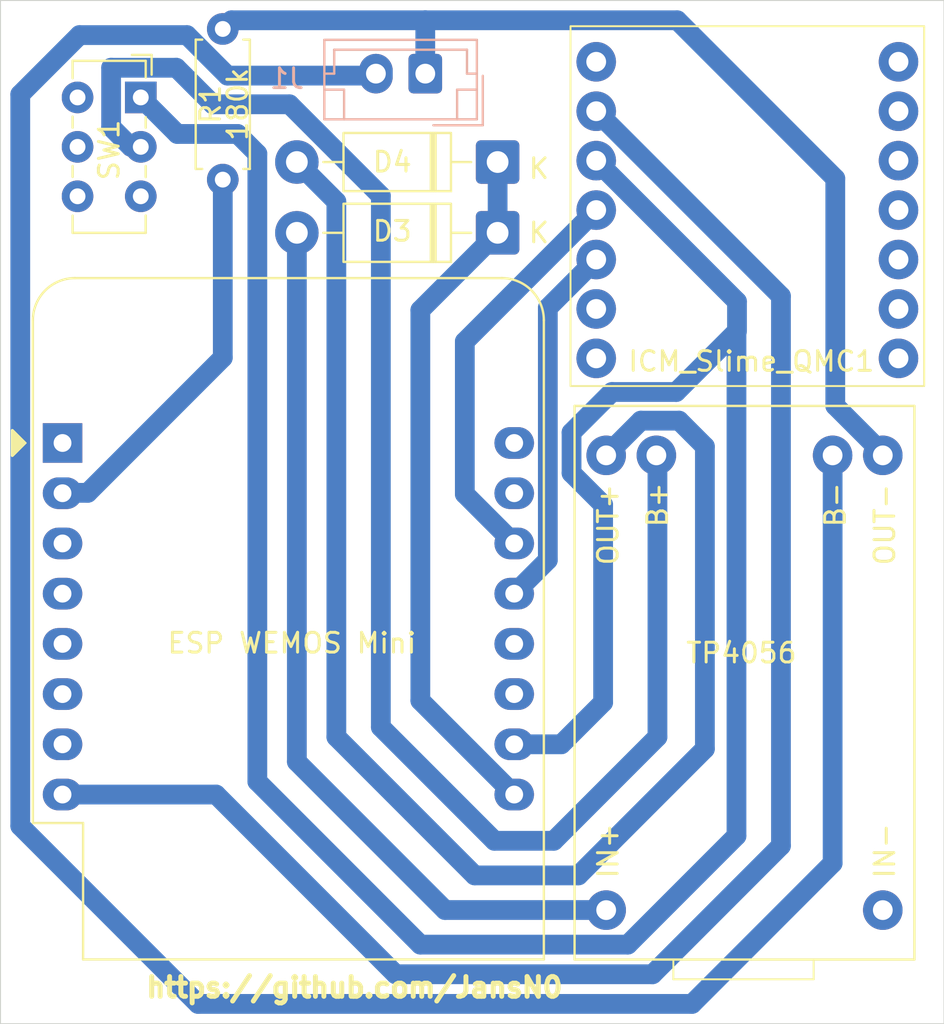
<source format=kicad_pcb>
(kicad_pcb (version 20241229) (generator "pcbnew") (generator_version "9.0")
  (layers (0 "F.Cu" signal) (2 "B.Cu" signal) (13 "F.Paste" user) (15 "B.Paste" user) (5 "F.SilkS" user "F.Silkscreen") (7 "B.SilkS" user "B.Silkscreen") (1 "F.Mask" user) (3 "B.Mask" user) (25 "Edge.Cuts" user))
  (net 0 "")
  (net 1 "Net-(D3-A)")
  (net 2 "Net-(D3-K)")
  (net 3 "Net-(D4-A)")
  (net 4 "Net-(J1-Pin_1)")
  (net 5 "Net-(J1-Pin_2)")
  (net 6 "Net-(U2-A0)")
  (net 11 "Net-(SW1-A)")
  (net 14 "Net-(SW1-B)")
  (net 16 "Net-(U1-SCL)")
  (net 17 "Net-(U1-SDA)")
  (net 22 "Net-(U1-3V3)")
  (footprint "RF_Module:WEMOS_D1_mini_light" (layer "F.Cu") (at 124.89 93.88)
    (property "Reference" "ESP WEMOS Mini" (at 11.61 10.12 0) (layer "F.SilkS"))
    (property "Value" "WEMOS_D1_mini")
    (fp_line (start -1.5 19.22) (end -1.5 -6.21) (stroke (width 0.12)) (layer "F.SilkS"))
    (fp_line (start -1.5 19.22) (end 1.04 19.22) (stroke (width 0.12)) (layer "F.SilkS"))
    (fp_line (start 1.04 19.22) (end 1.04 26.12) (stroke (width 0.12)) (layer "F.SilkS"))
    (fp_line (start 1.04 26.12) (end 24.36 26.12) (stroke (width 0.12)) (layer "F.SilkS"))
    (fp_line (start 22.24 -8.34) (end 0.63 -8.34) (stroke (width 0.12)) (layer "F.SilkS"))
    (fp_line (start 24.36 26.12) (end 24.36 -6.21) (stroke (width 0.12)) (layer "F.SilkS"))
    (fp_arc (start -1.5 -6.21) (mid -0.876137 -7.716137) (end 0.63 -8.34) (stroke (width 0.12)) (layer "F.SilkS"))
    (fp_arc (start 22.23 -8.34) (mid 23.736137 -7.716137) (end 24.36 -6.21) (stroke (width 0.12)) (layer "F.SilkS"))
    (fp_poly (pts (xy -2.54 -0.635) (xy -2.54 0.635) (xy -1.905 0)) (stroke (width 0.15)) (fill yes) (layer "F.SilkS"))
    (pad "1" thru_hole rect (at 0 0) (size 2 2) (drill 0.9) (layers "*.Cu" "*.Mask"))
    (pad "2" thru_hole oval (at 0 2.54) (size 2 1.6) (drill 0.9) (layers "*.Cu" "*.Mask") (net 6 "Net-(U2-A0)"))
    (pad "3" thru_hole oval (at 0 5.08) (size 2 1.6) (drill 0.9) (layers "*.Cu" "*.Mask"))
    (pad "4" thru_hole oval (at 0 7.62) (size 2 1.6) (drill 0.9) (layers "*.Cu" "*.Mask"))
    (pad "5" thru_hole oval (at 0 10.16) (size 2 1.6) (drill 0.9) (layers "*.Cu" "*.Mask"))
    (pad "6" thru_hole oval (at 0 12.7) (size 2 1.6) (drill 0.9) (layers "*.Cu" "*.Mask"))
    (pad "7" thru_hole oval (at 0 15.24) (size 2 1.6) (drill 0.9) (layers "*.Cu" "*.Mask"))
    (pad "8" thru_hole oval (at 0 17.78) (size 2 1.6) (drill 0.9) (layers "*.Cu" "*.Mask") (net 22 "Net-(U1-3V3)"))
    (pad "9" thru_hole oval (at 22.86 17.78) (size 2 1.6) (drill 0.9) (layers "*.Cu" "*.Mask") (net 2 "Net-(D3-K)"))
    (pad "10" thru_hole oval (at 22.86 15.24) (size 2 1.6) (drill 0.9) (layers "*.Cu" "*.Mask") (net 11 "Net-(SW1-A)"))
    (pad "11" thru_hole oval (at 22.86 12.7) (size 2 1.6) (drill 0.9) (layers "*.Cu" "*.Mask"))
    (pad "12" thru_hole oval (at 22.86 10.16) (size 2 1.6) (drill 0.9) (layers "*.Cu" "*.Mask"))
    (pad "13" thru_hole oval (at 22.86 7.62) (size 2 1.6) (drill 0.9) (layers "*.Cu" "*.Mask") (net 17 "Net-(U1-SDA)"))
    (pad "14" thru_hole oval (at 22.86 5.08) (size 2 1.6) (drill 0.9) (layers "*.Cu" "*.Mask") (net 16 "Net-(U1-SCL)"))
    (pad "15" thru_hole oval (at 22.86 2.54) (size 2 1.6) (drill 0.9) (layers "*.Cu" "*.Mask"))
    (pad "16" thru_hole oval (at 22.86 0) (size 2 1.6) (drill 0.9) (layers "*.Cu" "*.Mask"))
  )
  (footprint "Resistor_THT:R_Axial_DIN0207_L6.3mm_D2.5mm_P7.62mm_Horizontal" (layer "F.Cu") (at 133 80.56 90)
    (property "Reference" "R1" (at 3.81 -0.62 90) (layer "F.SilkS"))
    (property "Value" "180k" (at 3.81 0.75 90) (layer "F.SilkS"))
    (fp_line (start 7.08 -1.37) (end 7.08 -1.04) (stroke (width 0.12)) (layer "F.SilkS"))
    (fp_line (start 0.54 -1.37) (end 7.08 -1.37) (stroke (width 0.12)) (layer "F.SilkS"))
    (fp_line (start 0.54 -1.04) (end 0.54 -1.37) (stroke (width 0.12)) (layer "F.SilkS"))
    (fp_line (start 0.54 1.04) (end 0.54 1.37) (stroke (width 0.12)) (layer "F.SilkS"))
    (fp_line (start 7.08 1.37) (end 7.08 1.04) (stroke (width 0.12)) (layer "F.SilkS"))
    (fp_line (start 0.54 1.37) (end 7.08 1.37) (stroke (width 0.12)) (layer "F.SilkS"))
    (pad "1" thru_hole circle (at 0 0 90) (size 1.6 1.6) (drill 0.8) (layers "*.Cu" "*.Mask") (net 6 "Net-(U2-A0)"))
    (pad "2" thru_hole circle (at 7.62 0 90) (size 1.6 1.6) (drill 0.8) (layers "*.Cu" "*.Mask") (net 4 "Net-(J1-Pin_1)"))
  )
  (footprint "ICM-45686:IC_ICM-45686" (layer "F.Cu") (at 160.5 82)
    (property "Reference" "U1" (hide yes))
    (property "Value" "ICM_Slime_QMC1" (at -0.75 7.75 0) (layer "F.SilkS"))
    (fp_rect (start -9.9 -9.2) (end 8 9) (stroke (width 0.1)) (fill no) (layer "F.SilkS"))
    (pad "1" thru_hole circle (at -8.6 -7.4) (size 2 2) (drill 1) (layers "*.Cu" "*.Mask"))
    (pad "2" thru_hole circle (at -8.6 -4.9) (size 2 2) (drill 1) (layers "*.Cu" "*.Mask") (net 22 "Net-(U1-3V3)"))
    (pad "3" thru_hole circle (at -8.6 -2.4) (size 2 2) (drill 1) (layers "*.Cu" "*.Mask") (net 11 "Net-(SW1-A)"))
    (pad "4" thru_hole circle (at -8.6 0.1) (size 2 2) (drill 1) (layers "*.Cu" "*.Mask") (net 16 "Net-(U1-SCL)"))
    (pad "5" thru_hole circle (at -8.6 2.6) (size 2 2) (drill 1) (layers "*.Cu" "*.Mask") (net 17 "Net-(U1-SDA)"))
    (pad "6" thru_hole circle (at -8.6 5.1) (size 2 2) (drill 1) (layers "*.Cu" "*.Mask"))
    (pad "7" thru_hole circle (at -8.6 7.6) (size 2 2) (drill 1) (layers "*.Cu" "*.Mask"))
    (pad "8" thru_hole circle (at 6.7 -7.4) (size 2 2) (drill 1) (layers "*.Cu" "*.Mask"))
    (pad "9" thru_hole circle (at 6.7 -4.9) (size 2 2) (drill 1) (layers "*.Cu" "*.Mask"))
    (pad "10" thru_hole circle (at 6.7 -2.4) (size 2 2) (drill 1) (layers "*.Cu" "*.Mask"))
    (pad "11" thru_hole circle (at 6.7 0.1) (size 2 2) (drill 1) (layers "*.Cu" "*.Mask"))
    (pad "12" thru_hole circle (at 6.7 2.6) (size 2 2) (drill 1) (layers "*.Cu" "*.Mask"))
    (pad "13" thru_hole circle (at 6.7 5.1) (size 2 2) (drill 1) (layers "*.Cu" "*.Mask"))
    (pad "14" thru_hole circle (at 6.7 7.6) (size 2 2) (drill 1) (layers "*.Cu" "*.Mask"))
  )
  (footprint "Diode_THT:D_DO-41_SOD81_P10.16mm_Horizontal" (layer "F.Cu") (at 146.91 79.67 180)
    (property "Reference" "D4" (at 5.33 0 0) (layer "F.SilkS"))
    (property "Value" "1N5817" (hide yes))
    (fp_line (start 8.82 0) (end 7.8 0) (stroke (width 0.12)) (layer "F.SilkS"))
    (fp_line (start 3.38 -1.47) (end 3.38 1.47) (stroke (width 0.12)) (layer "F.SilkS"))
    (fp_line (start 3.26 -1.47) (end 3.26 1.47) (stroke (width 0.12)) (layer "F.SilkS"))
    (fp_line (start 3.14 -1.47) (end 3.14 1.47) (stroke (width 0.12)) (layer "F.SilkS"))
    (fp_line (start 1.34 0) (end 2.36 0) (stroke (width 0.12)) (layer "F.SilkS"))
    (fp_rect (start 2.36 -1.47) (end 7.8 1.47) (stroke (width 0.12)) (fill no) (layer "F.SilkS"))
    (fp_text user "K" (at -2.09 -0.33 0) (layer "F.SilkS"))
    (pad "1" thru_hole roundrect (at 0 0 180) (size 2.2 2.2) (drill 1.1) (layers "*.Cu" "*.Mask") (roundrect_rratio 0.113636) (net 2 "Net-(D3-K)"))
    (pad "2" thru_hole circle (at 10.16 0 180) (size 2.2 2.2) (drill 1.1) (layers "*.Cu" "*.Mask") (net 3 "Net-(D4-A)"))
  )
  (footprint "TP4056:TP4056-Module" (layer "F.Cu") (at 168.005 120.005 90)
    (property "Reference" "TP4056" (at 15.505 -8.755 0) (layer "F.SilkS"))
    (property "Value" "TP4056" (hide yes))
    (fp_line (start 28 -17.2) (end 28 0) (stroke (width 0.12)) (layer "F.SilkS"))
    (fp_line (start 0 -17.2) (end 28 -17.2) (stroke (width 0.12)) (layer "F.SilkS"))
    (fp_line (start 0 -17.2) (end 0 0) (stroke (width 0.12)) (layer "F.SilkS"))
    (fp_line (start 0 -12.2) (end -1 -12.2) (stroke (width 0.1)) (layer "F.SilkS"))
    (fp_line (start -1 -12.2) (end -1 -5.1) (stroke (width 0.1)) (layer "F.SilkS"))
    (fp_line (start -1 -5.1) (end 0 -5.1) (stroke (width 0.1)) (layer "F.SilkS"))
    (fp_line (start 0 0) (end 28 0) (stroke (width 0.12)) (layer "F.SilkS"))
    (fp_text user "B+" (at 23 -13 90) (layer "F.SilkS"))
    (fp_text user "OUT-" (at 22 -1.5 90) (layer "F.SilkS"))
    (fp_text user "IN-" (at 5.5 -1.5 90) (layer "F.SilkS"))
    (fp_text user "IN+" (at 5.5 -15.5 90) (layer "F.SilkS"))
    (fp_text user "OUT+" (at 22 -15.5 90) (layer "F.SilkS"))
    (fp_text user "B-" (at 23 -4 90) (layer "F.SilkS"))
    (pad "1" thru_hole circle (at 2.5 -15.6 90) (size 2 2) (drill 1) (layers "*.Cu" "*.Mask") (net 1 "Net-(D3-A)"))
    (pad "2" thru_hole circle (at 2.5 -1.6 90) (size 2 2) (drill 1) (layers "*.Cu" "*.Mask"))
    (pad "3" thru_hole circle (at 25.5 -15.6 90) (size 2 2) (drill 1) (layers "*.Cu" "*.Mask") (net 3 "Net-(D4-A)"))
    (pad "4" thru_hole circle (at 25.5 -1.6 90) (size 2 2) (drill 1) (layers "*.Cu" "*.Mask") (net 4 "Net-(J1-Pin_1)"))
    (pad "5" thru_hole circle (at 25.5 -13.06 90) (size 2 2) (drill 1) (layers "*.Cu" "*.Mask") (net 14 "Net-(SW1-B)"))
    (pad "6" thru_hole circle (at 25.5 -4.14 90) (size 2 2) (drill 1) (layers "*.Cu" "*.Mask") (net 5 "Net-(J1-Pin_2)"))
  )
  (footprint "Button_Switch_THT:SW_E-Switch_EG1271_SPDT" (layer "F.Cu") (at 128.85 76.4025 -90)
    (property "Reference" "SW1" (at 2.6575 1.6 90) (layer "F.SilkS"))
    (property "Value" "SW_SPST" (hide yes))
    (fp_line (start -1.85 3.45) (end -1.85 -0.25) (stroke (width 0.12)) (layer "F.SilkS"))
    (fp_line (start -0.97 3.45) (end -1.85 3.45) (stroke (width 0.12)) (layer "F.SilkS"))
    (fp_line (start 1.53 3.45) (end 0.97 3.45) (stroke (width 0.12)) (layer "F.SilkS"))
    (fp_line (start 4.02 3.45) (end 3.47 3.45) (stroke (width 0.12)) (layer "F.SilkS"))
    (fp_line (start 6.85 3.45) (end 5.98 3.45) (stroke (width 0.12)) (layer "F.SilkS"))
    (fp_line (start -2.15 0.45) (end -2.15 -0.55) (stroke (width 0.12)) (layer "F.SilkS"))
    (fp_line (start -1.85 -0.25) (end -1 -0.25) (stroke (width 0.12)) (layer "F.SilkS"))
    (fp_line (start 1 -0.25) (end 1.53 -0.25) (stroke (width 0.12)) (layer "F.SilkS"))
    (fp_line (start 3.47 -0.25) (end 4.03 -0.25) (stroke (width 0.12)) (layer "F.SilkS"))
    (fp_line (start 5.97 -0.25) (end 6.85 -0.25) (stroke (width 0.12)) (layer "F.SilkS"))
    (fp_line (start 6.85 -0.25) (end 6.85 3.45) (stroke (width 0.12)) (layer "F.SilkS"))
    (fp_line (start -2.15 -0.55) (end -1.15 -0.55) (stroke (width 0.12)) (layer "F.SilkS"))
    (pad "1" thru_hole rect (at 0 0 270) (size 1.6 1.6) (drill 0.8) (layers "*.Cu" "*.Mask") (net 11 "Net-(SW1-A)"))
    (pad "2" thru_hole circle (at 2.5 0 270) (size 1.6 1.6) (drill 0.8) (layers "*.Cu" "*.Mask") (net 14 "Net-(SW1-B)"))
    (pad "3" thru_hole circle (at 5 0 270) (size 1.6 1.6) (drill 0.8) (layers "*.Cu" "*.Mask"))
    (pad "4" thru_hole circle (at 0 3.2 270) (size 1.6 1.6) (drill 0.8) (layers "*.Cu" "*.Mask"))
    (pad "5" thru_hole circle (at 2.5 3.2 270) (size 1.6 1.6) (drill 0.8) (layers "*.Cu" "*.Mask"))
    (pad "6" thru_hole circle (at 5 3.2 270) (size 1.6 1.6) (drill 0.8) (layers "*.Cu" "*.Mask"))
  )
  (footprint "Diode_THT:D_DO-41_SOD81_P10.16mm_Horizontal" (layer "F.Cu") (at 146.91 83.25 180)
    (property "Reference" "D3" (at 5.33 0.08 0) (layer "F.SilkS"))
    (property "Value" "1N5817" (hide yes))
    (fp_line (start 8.82 0) (end 7.8 0) (stroke (width 0.12)) (layer "F.SilkS"))
    (fp_line (start 3.38 -1.47) (end 3.38 1.47) (stroke (width 0.12)) (layer "F.SilkS"))
    (fp_line (start 3.26 -1.47) (end 3.26 1.47) (stroke (width 0.12)) (layer "F.SilkS"))
    (fp_line (start 3.14 -1.47) (end 3.14 1.47) (stroke (width 0.12)) (layer "F.SilkS"))
    (fp_line (start 1.34 0) (end 2.36 0) (stroke (width 0.12)) (layer "F.SilkS"))
    (fp_rect (start 2.36 -1.47) (end 7.8 1.47) (stroke (width 0.12)) (fill no) (layer "F.SilkS"))
    (fp_text user "K" (at -2.09 0 0) (layer "F.SilkS"))
    (pad "1" thru_hole roundrect (at 0 0 180) (size 2.2 2.2) (drill 1.1) (layers "*.Cu" "*.Mask") (roundrect_rratio 0.113636) (net 2 "Net-(D3-K)"))
    (pad "2" thru_hole circle (at 10.16 0 180) (size 2.2 2.2) (drill 1.1) (layers "*.Cu" "*.Mask") (net 1 "Net-(D3-A)"))
  )
  (footprint "Connector_JST:JST_EH_B2B-EH-A_1x02_P2.50mm_Vertical" (layer "B.Cu") (at 143.25 75.2 180)
    (property "Reference" "J1" (at 7 -0.25 0) (layer "B.SilkS") (effects (justify mirror)))
    (property "Value" "Conn_01x02" (hide yes))
    (fp_line (start 5.11 1.71) (end -2.61 1.71) (stroke (width 0.12)) (layer "B.SilkS"))
    (fp_line (start 5.11 -0.81) (end 4.11 -0.81) (stroke (width 0.12)) (layer "B.SilkS"))
    (fp_line (start 5.11 -2.31) (end 5.11 1.71) (stroke (width 0.12)) (layer "B.SilkS"))
    (fp_line (start 4.61 1.21) (end 4.61 0) (stroke (width 0.12)) (layer "B.SilkS"))
    (fp_line (start 4.61 0) (end 5.11 0) (stroke (width 0.12)) (layer "B.SilkS"))
    (fp_line (start 4.11 -0.81) (end 4.11 -2.31) (stroke (width 0.12)) (layer "B.SilkS"))
    (fp_line (start -1.61 -0.81) (end -1.61 -2.31) (stroke (width 0.12)) (layer "B.SilkS"))
    (fp_line (start -2.11 1.21) (end 4.61 1.21) (stroke (width 0.12)) (layer "B.SilkS"))
    (fp_line (start -2.11 0) (end -2.11 1.21) (stroke (width 0.12)) (layer "B.SilkS"))
    (fp_line (start -2.61 1.71) (end -2.61 -2.31) (stroke (width 0.12)) (layer "B.SilkS"))
    (fp_line (start -2.61 0) (end -2.11 0) (stroke (width 0.12)) (layer "B.SilkS"))
    (fp_line (start -2.61 -0.81) (end -1.61 -0.81) (stroke (width 0.12)) (layer "B.SilkS"))
    (fp_line (start -2.61 -2.31) (end 5.11 -2.31) (stroke (width 0.12)) (layer "B.SilkS"))
    (fp_line (start -2.91 -0.11) (end -2.91 -2.61) (stroke (width 0.12)) (layer "B.SilkS"))
    (fp_line (start -2.91 -2.61) (end -0.41 -2.61) (stroke (width 0.12)) (layer "B.SilkS"))
    (pad "1" thru_hole roundrect (at 0 0 180) (size 1.7 2) (drill 1) (layers "*.Cu" "*.Mask") (roundrect_rratio 0.147059) (net 4 "Net-(J1-Pin_1)"))
    (pad "2" thru_hole oval (at 2.5 0 180) (size 1.7 2) (drill 1) (layers "*.Cu" "*.Mask") (net 5 "Net-(J1-Pin_2)"))
  )
  (gr_rect (start 121.75 71.5) (end 169.5 123.25) (stroke (width 0.05)) (fill no) (layer "Edge.Cuts"))
  (gr_text "https://github.com/JansN0" (at 129 122 0) (layer "F.SilkS") (effects (font (size 1 1) (thickness 0.25) (bold yes)) (justify left bottom)))
  (segment (start 152.905 117.505) (end 152.405 117.505) (width 1) (layer "F.Cu") (net 1))
  (segment (start 152.405 117.505) (end 152.4 117.5) (width 1) (layer "F.Cu") (net 1))
  (segment (start 152.4 117.5) (end 144.25 117.5) (width 1) (layer "B.Cu") (net 1))
  (segment (start 136.75 110) (end 136.75 83.25) (width 1) (layer "B.Cu") (net 1))
  (segment (start 144.25 117.5) (end 136.75 110) (width 1) (layer "B.Cu") (net 1))
  (segment (start 143 87.16) (end 143 106.91) (width 1) (layer "B.Cu") (net 2))
  (segment (start 146.91 79.67) (end 146.91 83.25) (width 1) (layer "B.Cu") (net 2))
  (segment (start 143 106.91) (end 147.75 111.66) (width 1) (layer "B.Cu") (net 2))
  (segment (start 146.91 83.25) (end 143 87.16) (width 1) (layer "B.Cu") (net 2))
  (segment (start 145.75 115.75) (end 151 115.75) (width 1) (layer "B.Cu") (net 3))
  (segment (start 138.75 81.67) (end 138.75 108.75) (width 1) (layer "B.Cu") (net 3))
  (segment (start 154.16 92.75) (end 152.405 94.505) (width 1) (layer "B.Cu") (net 3))
  (segment (start 157.400765 109.349235) (end 157.400765 94.055187) (width 1) (layer "B.Cu") (net 3))
  (segment (start 136.75 79.67) (end 138.75 81.67) (width 1) (layer "B.Cu") (net 3))
  (segment (start 151 115.75) (end 157.400765 109.349235) (width 1) (layer "B.Cu") (net 3))
  (segment (start 157.400765 94.055187) (end 156.095578 92.75) (width 1) (layer "B.Cu") (net 3))
  (segment (start 138.75 108.75) (end 145.75 115.75) (width 1) (layer "B.Cu") (net 3))
  (segment (start 156.095578 92.75) (end 154.16 92.75) (width 1) (layer "B.Cu") (net 3))
  (segment (start 166.405 94.405) (end 166.405 94.505) (width 1) (layer "F.Cu") (net 4))
  (segment (start 164 92) (end 166.405 94.405) (width 1) (layer "B.Cu") (net 4))
  (segment (start 143.25 72.501) (end 156.001 72.501) (width 1) (layer "B.Cu") (net 4))
  (segment (start 143.25 75.2) (end 143.25 72.501) (width 1) (layer "B.Cu") (net 4))
  (segment (start 133.439 72.501) (end 143.25 72.501) (width 1) (layer "B.Cu") (net 4))
  (segment (start 164 80.5) (end 164 92) (width 1) (layer "B.Cu") (net 4))
  (segment (start 156.001 72.501) (end 164 80.5) (width 1) (layer "B.Cu") (net 4))
  (segment (start 133 72.94) (end 133.439 72.501) (width 1) (layer "B.Cu") (net 4))
  (segment (start 140.651 75.299) (end 140.75 75.2) (width 1) (layer "F.Cu") (net 5))
  (segment (start 163.865 94.505) (end 163.865 115.134) (width 1) (layer "B.Cu") (net 5))
  (segment (start 163.865 115.134) (end 156.75 122.249) (width 1) (layer "B.Cu") (net 5))
  (segment (start 131.75 122.249) (end 122.751 113.25) (width 1) (layer "B.Cu") (net 5))
  (segment (start 131.187265 73.25) (end 133.236265 75.299) (width 1) (layer "B.Cu") (net 5))
  (segment (start 125.75 73.25) (end 131.187265 73.25) (width 1) (layer "B.Cu") (net 5))
  (segment (start 122.751 113.25) (end 122.751 76.249) (width 1) (layer "B.Cu") (net 5))
  (segment (start 122.751 76.249) (end 125.75 73.25) (width 1) (layer "B.Cu") (net 5))
  (segment (start 156.75 122.249) (end 131.75 122.249) (width 1) (layer "B.Cu") (net 5))
  (segment (start 133.236265 75.299) (end 140.651 75.299) (width 1) (layer "B.Cu") (net 5))
  (segment (start 124.89 96.42) (end 124.91 96.4) (width 1) (layer "F.Cu") (net 6))
  (segment (start 126.167 96.4) (end 133 89.567) (width 1) (layer "B.Cu") (net 6))
  (segment (start 133 89.567) (end 133 80.56) (width 1) (layer "B.Cu") (net 6))
  (segment (start 124.91 96.4) (end 126.167 96.4) (width 1) (layer "B.Cu") (net 6))
  (segment (start 151.9 79.6) (end 159.025 86.725) (width 1) (layer "B.Cu") (net 11))
  (segment (start 134.75 111) (end 143 119.25) (width 1) (layer "B.Cu") (net 11))
  (segment (start 159.025 86.725) (end 159.025 88.225) (width 1) (layer "B.Cu") (net 11))
  (segment (start 134.75 79.25) (end 134.75 111) (width 1) (layer "B.Cu") (net 11))
  (segment (start 153.5 119.25) (end 159 113.75) (width 1) (layer "B.Cu") (net 11))
  (segment (start 150.652 93.348) (end 152.699 91.301) (width 1) (layer "B.Cu") (net 11))
  (segment (start 147.75 109.12) (end 150.13 109.12) (width 1) (layer "B.Cu") (net 11))
  (segment (start 155.949 91.301) (end 159 88.25) (width 1) (layer "B.Cu") (net 11))
  (segment (start 159 113.75) (end 159 88.25) (width 1) (layer "B.Cu") (net 11))
  (segment (start 150.13 109.12) (end 152.25 107) (width 1) (layer "B.Cu") (net 11))
  (segment (start 152.699 91.301) (end 155.949 91.301) (width 1) (layer "B.Cu") (net 11))
  (segment (start 128.85 76.4025) (end 130.6975 78.25) (width 1) (layer "B.Cu") (net 11))
  (segment (start 143 119.25) (end 153.5 119.25) (width 1) (layer "B.Cu") (net 11))
  (segment (start 152.25 97) (end 150.652 95.402) (width 1) (layer "B.Cu") (net 11))
  (segment (start 152.25 107) (end 152.25 97) (width 1) (layer "B.Cu") (net 11))
  (segment (start 133.75 78.25) (end 134.75 79.25) (width 1) (layer "B.Cu") (net 11))
  (segment (start 150.652 95.402) (end 150.652 93.348) (width 1) (layer "B.Cu") (net 11))
  (segment (start 130.6975 78.25) (end 133.75 78.25) (width 1) (layer "B.Cu") (net 11))
  (segment (start 155 94.56) (end 154.945 94.505) (width 1) (layer "F.Cu") (net 14))
  (segment (start 128.85 78.9025) (end 128.348 78.9025) (width 1) (layer "F.Cu") (net 14))
  (segment (start 141 81.373001) (end 141 108.25) (width 1) (layer "B.Cu") (net 14))
  (segment (start 155 108.75) (end 155 94.56) (width 1) (layer "B.Cu") (net 14))
  (segment (start 127.349 77.9035) (end 127.349 74.9015) (width 1) (layer "B.Cu") (net 14))
  (segment (start 127.349 74.9015) (end 130.6515 74.9015) (width 1) (layer "B.Cu") (net 14))
  (segment (start 149.75 114) (end 155 108.75) (width 1) (layer "B.Cu") (net 14))
  (segment (start 130.6515 74.9015) (end 132.5 76.75) (width 1) (layer "B.Cu") (net 14))
  (segment (start 136.376999 76.75) (end 141 81.373001) (width 1) (layer "B.Cu") (net 14))
  (segment (start 146.75 114) (end 149.75 114) (width 1) (layer "B.Cu") (net 14))
  (segment (start 128.348 78.9025) (end 127.349 77.9035) (width 1) (layer "B.Cu") (net 14))
  (segment (start 141 108.25) (end 146.75 114) (width 1) (layer "B.Cu") (net 14))
  (segment (start 132.5 76.75) (end 136.376999 76.75) (width 1) (layer "B.Cu") (net 14))
  (segment (start 145.25 88.75) (end 151.9 82.1) (width 1) (layer "B.Cu") (net 16))
  (segment (start 147.75 98.96) (end 145.25 96.46) (width 1) (layer "B.Cu") (net 16))
  (segment (start 145.25 96.46) (end 145.25 88.75) (width 1) (layer "B.Cu") (net 16))
  (segment (start 149.451 87.049) (end 151.9 84.6) (width 1) (layer "B.Cu") (net 17))
  (segment (start 147.75 101.5) (end 149.451 99.799) (width 1) (layer "B.Cu") (net 17))
  (segment (start 149.451 99.799) (end 149.451 87.049) (width 1) (layer "B.Cu") (net 17))
  (segment (start 132.66 111.66) (end 141.75 120.75) (width 1) (layer "B.Cu") (net 22))
  (segment (start 124.89 111.66) (end 132.66 111.66) (width 1) (layer "B.Cu") (net 22))
  (segment (start 161.25 86.45) (end 151.9 77.1) (width 1) (layer "B.Cu") (net 22))
  (segment (start 161.25 114.25) (end 161.25 86.45) (width 1) (layer "B.Cu") (net 22))
  (segment (start 141.75 120.75) (end 154.75 120.75) (width 1) (layer "B.Cu") (net 22))
  (segment (start 154.75 120.75) (end 161.25 114.25) (width 1) (layer "B.Cu") (net 22))
)
</source>
